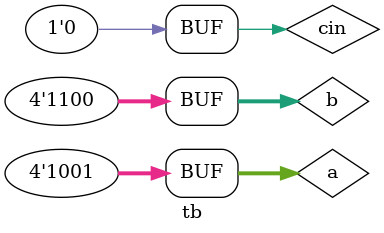
<source format=v>
module tb();
  reg [3:0]a,b;
  reg cin;
  wire [3:0]s;
  wire c;
  integer i;
  
  fa_4b u0(a,b,cin,s,c);
  initial
      
    begin
       a=4'b1001;
       b=4'b1100;
      cin=1'b0;
     
    end
  initial
    begin
      $monitor("a=%0b,b=%0b,cin=%0b,sum=%0b,carry=%0b",a,b,cin,s,c);
      
    end
endmodule

</source>
